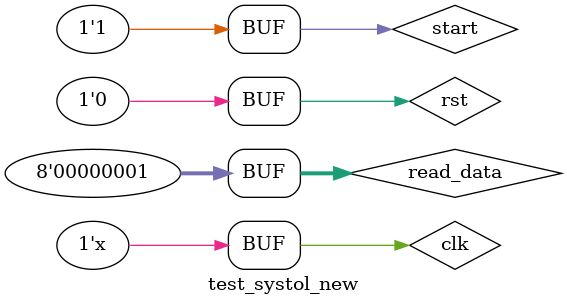
<source format=v>
`timescale 1ns / 1ps


module test_systol_new;

	// Inputs
	reg start;
	reg [7:0] read_data;
	reg clk;
	reg rst;

	// Outputs
	wire [13:0] read_select,ws;
	wire [7:0] result;
	wire finish;
	wire we;

	// Instantiate the Unit Under Test (UUT)
	systol_new1 uut (
		.read_select(read_select), 
		.result(result), 
		.finish(finish), 
		.start(start), 
		.read_data(read_data), 
		.clk(clk), 
		.rst(rst),
		.we(we),
		.ws(ws)
	);
always #5 clk=~clk;
	initial begin
		// Initialize Inputs
		start = 0;
		read_data = 1;
		clk = 0;
		rst = 1;
		#5 rst =0;
		#20
		start = 1;

		// Wait 100 ns for global reset to finish
		#100;
        
		// Add stimulus here

	end
      
endmodule


</source>
